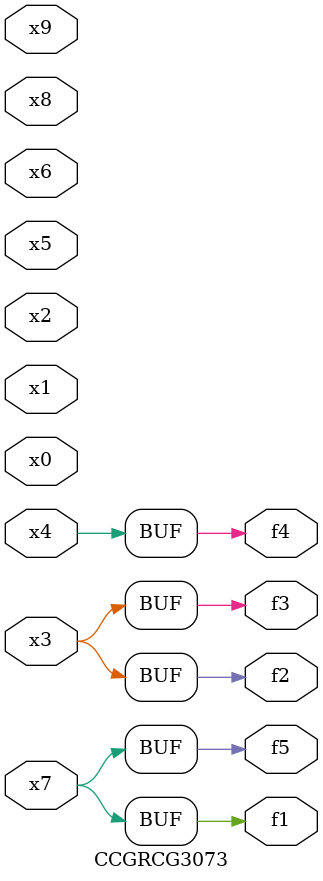
<source format=v>
module CCGRCG3073(
	input x0, x1, x2, x3, x4, x5, x6, x7, x8, x9,
	output f1, f2, f3, f4, f5
);
	assign f1 = x7;
	assign f2 = x3;
	assign f3 = x3;
	assign f4 = x4;
	assign f5 = x7;
endmodule

</source>
